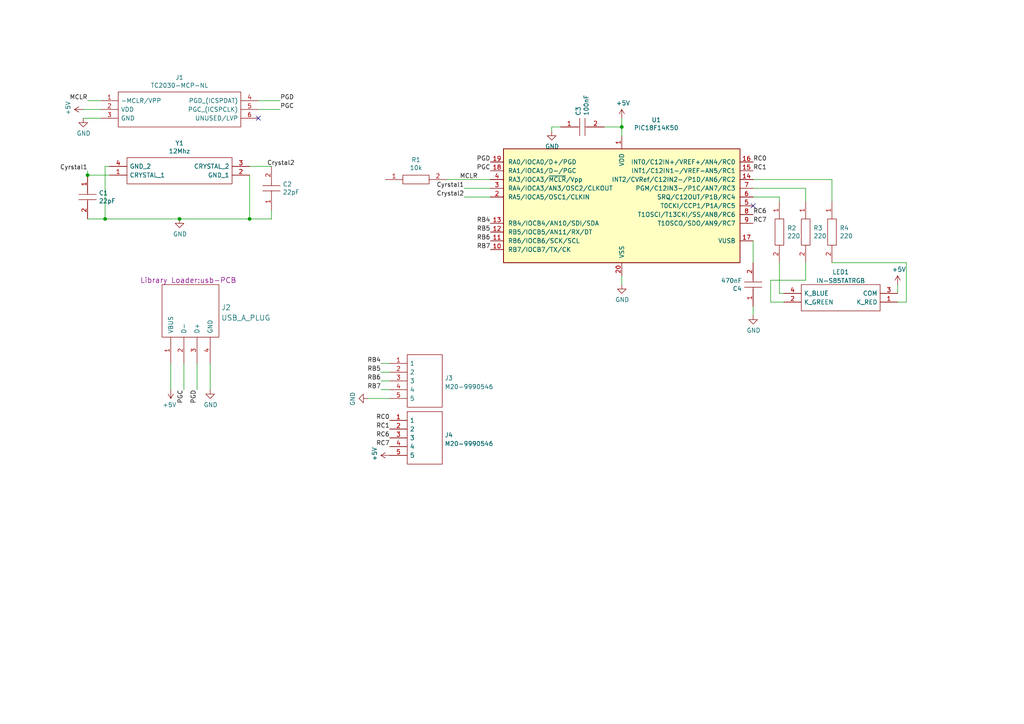
<source format=kicad_sch>
(kicad_sch (version 20230121) (generator eeschema)
  (paper "A4")
  (title_block (title "NightUSB") (date "2023-11-28") (rev "v0.1") (company "Making Devices") (comment 1 "http://www.makingdevices.com"))
  (lib_symbols
    (symbol "Library Loader:IN-S85TATRGB" (pin_names (offset 0.762))
      (property "Reference" "LED" (at 29.21 7.62 0))
      (property "Value" "IN-S85TATRGB" (at 29.21 5.08 0))
      (symbol "IN-S85TATRGB_0_0"
        (pin passive line (at 0 0 0) (length 5.08) (name "K_RED") (number "1"))
        (pin passive line (at 33.02 0 180) (length 5.08) (name "K_GREEN") (number "2"))
        (pin passive line (at 0 -2.54 0) (length 5.08) (name "COM") (number "3"))
        (pin passive line (at 33.02 -2.54 180) (length 5.08) (name "K_BLUE") (number "4"))
      )
      (symbol "IN-S85TATRGB_0_1"
        (polyline (pts (xy 5.08 2.54) (xy 27.94 2.54) (xy 27.94 -5.08) (xy 5.08 -5.08) (xy 5.08 2.54)) (stroke (width 0.1524)))
      )
    )
    (symbol "Library Loader:M20-9990546" (pin_names (offset 0.762))
      (property "Reference" "J" (at 16.51 7.62 0))
      (property "Value" "M20-9990546" (at 16.51 5.08 0))
      (symbol "M20-9990546_0_0"
        (pin passive line (at 0 0 0) (length 5.08) (name "1") (number "1"))
        (pin passive line (at 0 -2.54 0) (length 5.08) (name "2") (number "2"))
        (pin passive line (at 0 -5.08 0) (length 5.08) (name "3") (number "3"))
        (pin passive line (at 0 -7.62 0) (length 5.08) (name "4") (number "4"))
        (pin passive line (at 0 -10.16 0) (length 5.08) (name "5") (number "5"))
      )
      (symbol "M20-9990546_0_1"
        (polyline (pts (xy 5.08 2.54) (xy 15.24 2.54) (xy 15.24 -12.7) (xy 5.08 -12.7) (xy 5.08 2.54)) (stroke (width 0.1524)))
      )
    )
    (symbol "Library_Loader:C0805C475M8RACTU" (pin_names (offset 0.762))
      (property "Reference" "C" (at 8.89 6.35 0))
      (property "Value" "C0805C475M8RACTU" (at 8.89 3.81 0))
      (symbol "C0805C475M8RACTU_0_0"
        (pin passive line (at 0 0 0) (length 5.08) (name "~") (number "1"))
        (pin passive line (at 12.7 0 180) (length 5.08) (name "~") (number "2"))
      )
      (symbol "C0805C475M8RACTU_0_1"
        (polyline (pts (xy 5.08 0) (xy 5.588 0)) (stroke (width 0.1524)))
        (polyline (pts (xy 5.588 2.54) (xy 5.588 -2.54)) (stroke (width 0.1524)))
        (polyline (pts (xy 7.112 0) (xy 7.62 0)) (stroke (width 0.1524)))
        (polyline (pts (xy 7.112 2.54) (xy 7.112 -2.54)) (stroke (width 0.1524)))
      )
    )
    (symbol "Library_Loader:CX2520DB12000D0GPSC1" (pin_names (offset 0.762))
      (property "Reference" "Y" (at 36.83 7.62 0))
      (property "Value" "CX2520DB12000D0GPSC1" (at 36.83 5.08 0))
      (symbol "CX2520DB12000D0GPSC1_0_0"
        (pin passive line (at 0 -2.54 0) (length 5.08) (name "CRYSTAL_1") (number "1"))
        (pin passive line (at 40.64 -2.54 180) (length 5.08) (name "GND_1") (number "2"))
        (pin passive line (at 40.64 0 180) (length 5.08) (name "CRYSTAL_2") (number "3"))
        (pin passive line (at 0 0 0) (length 5.08) (name "GND_2") (number "4"))
      )
      (symbol "CX2520DB12000D0GPSC1_0_1"
        (polyline (pts (xy 5.08 2.54) (xy 35.56 2.54) (xy 35.56 -5.08) (xy 5.08 -5.08) (xy 5.08 2.54)) (stroke (width 0.1524)))
      )
    )
    (symbol "Library_Loader:ERJP6WF1303V" (pin_names (offset 0.762))
      (property "Reference" "R" (at 13.97 6.35 0))
      (property "Value" "ERJP6WF1303V" (at 13.97 3.81 0))
      (symbol "ERJP6WF1303V_0_0"
        (pin passive line (at 0 0 0) (length 5.08) (name "~") (number "1"))
        (pin passive line (at 17.78 0 180) (length 5.08) (name "~") (number "2"))
      )
      (symbol "ERJP6WF1303V_0_1"
        (polyline (pts (xy 5.08 1.27) (xy 12.7 1.27) (xy 12.7 -1.27) (xy 5.08 -1.27) (xy 5.08 1.27)) (stroke (width 0.1524)))
      )
    )
    (symbol "Library_Loader:TC2030-MCP-NL" (pin_names (offset 0.762))
      (property "Reference" "J" (at 41.91 7.62 0))
      (property "Value" "TC2030-MCP-NL" (at 41.91 5.08 0))
      (symbol "TC2030-MCP-NL_0_0"
        (pin passive line (at 0 0 0) (length 5.08) (name "-MCLR/VPP") (number "1"))
        (pin passive line (at 0 -2.54 0) (length 5.08) (name "VDD") (number "2"))
        (pin passive line (at 0 -5.08 0) (length 5.08) (name "GND") (number "3"))
        (pin passive line (at 45.72 0 180) (length 5.08) (name "PGD_(ICSPDAT)") (number "4"))
        (pin passive line (at 45.72 -2.54 180) (length 5.08) (name "PGC_(ICSPCLK)") (number "5"))
        (pin passive line (at 45.72 -5.08 180) (length 5.08) (name "UNUSED/LVP") (number "6"))
      )
      (symbol "TC2030-MCP-NL_0_1"
        (polyline (pts (xy 5.08 2.54) (xy 40.64 2.54) (xy 40.64 -7.62) (xy 5.08 -7.62) (xy 5.08 2.54)) (stroke (width 0.1524)))
      )
    )
    (symbol "MCU_Microchip_PIC18:PIC18LF14K50-ESS" (pin_names (offset 1.27))
      (property "Reference" "U" (at -33.02 17.78 0))
      (property "Value" "PIC18LF14K50-ESS" (at 22.86 -17.78 0))
      (symbol "PIC18LF14K50-ESS_0_1"
        (rectangle (start -34.29 16.51) (end 34.29 -16.51) (stroke (width 0.254)) (fill (type background)))
      )
      (symbol "PIC18LF14K50-ESS_1_1"
        (pin power_in line (at 0 20.32 270) (length 3.81) (name "VDD") (number "1"))
        (pin bidirectional line (at -38.1 -12.7 0) (length 3.81) (name "RB7/IOCB7/TX/CK") (number "10"))
        (pin bidirectional line (at -38.1 -10.16 0) (length 3.81) (name "RB6/IOCB6/SCK/SCL") (number "11"))
        (pin bidirectional line (at -38.1 -7.62 0) (length 3.81) (name "RB5/IOCB5/AN11/RX/DT") (number "12"))
        (pin bidirectional line (at -38.1 -5.08 0) (length 3.81) (name "RB4/IOCB4/AN10/SDI/SDA") (number "13"))
        (pin bidirectional line (at 38.1 7.62 180) (length 3.81) (name "INT2/CVRef/C12IN2-/P1D/AN6/RC2") (number "14"))
        (pin bidirectional line (at 38.1 10.16 180) (length 3.81) (name "INT1/C12IN1-/VREF-AN5/RC1") (number "15"))
        (pin bidirectional line (at 38.1 12.7 180) (length 3.81) (name "INT0/C12IN+/VREF+/AN4/RC0") (number "16"))
        (pin passive line (at 38.1 -10.16 180) (length 3.81) (name "VUSB") (number "17"))
        (pin bidirectional line (at -38.1 10.16 0) (length 3.81) (name "RA1/IOCA1/D-/PGC") (number "18"))
        (pin bidirectional line (at -38.1 12.7 0) (length 3.81) (name "RA0/IOCA0/D+/PGD") (number "19"))
        (pin bidirectional line (at -38.1 2.54 0) (length 3.81) (name "RA5/IOCA5/OSC1/CLKIN") (number "2"))
        (pin power_in line (at 0 -20.32 90) (length 3.81) (name "VSS") (number "20"))
        (pin bidirectional line (at -38.1 5.08 0) (length 3.81) (name "RA4/IOCA3/AN3/OSC2/CLKOUT") (number "3"))
        (pin input line (at -38.1 7.62 0) (length 3.81) (name "RA3/IOCA3/~{MCLR}/Vpp") (number "4"))
        (pin bidirectional line (at 38.1 0 180) (length 3.81) (name "T0CKI/CCP1/P1A/RC5") (number "5"))
        (pin bidirectional line (at 38.1 2.54 180) (length 3.81) (name "SRQ/C12OUT/P1B/RC4") (number "6"))
        (pin bidirectional line (at 38.1 5.08 180) (length 3.81) (name "PGM/C12IN3-/P1C/AN7/RC3") (number "7"))
        (pin bidirectional line (at 38.1 -2.54 180) (length 3.81) (name "T1OSCI/T13CKI/SS/AN8/RC6") (number "8"))
        (pin bidirectional line (at 38.1 -5.08 180) (length 3.81) (name "T1OSCO/SDO/AN9/RC7") (number "9"))
      )
    )
    (symbol "USB:USB_A_PLUG" (pin_names (offset 1.016))
      (property "Reference" "J" (at 0 0 0))
      (property "Value" "USB_A_PLUG" (at 0 2.54 0))
      (symbol "USB_A_PLUG_0_1"
        (rectangle (start -7.62 5.08) (end 8.89 -10.16))
      )
      (symbol "USB_A_PLUG_1_1"
        (pin power_out line (at -5.08 -17.78 90) (length 7.62) (name "VBUS") (number "1"))
        (pin bidirectional line (at -1.27 -17.78 90) (length 7.62) (name "D-") (number "2"))
        (pin bidirectional line (at 2.54 -17.78 90) (length 7.62) (name "D+") (number "3"))
        (pin power_out line (at 6.35 -17.78 90) (length 7.62) (name "GND") (number "4"))
      )
    )
    (symbol "power:+5V" (power) (pin_names (offset 0))
      (property "Value" "+5V" (at 0 3.556 0))
      (symbol "+5V_0_1"
        (polyline (pts (xy -0.762 1.27) (xy 0 2.54)))
        (polyline (pts (xy 0 0) (xy 0 2.54)))
        (polyline (pts (xy 0 2.54) (xy 0.762 1.27)))
      )
      (symbol "+5V_1_1"
        (pin power_in line (at 0 0 90) (length 0) hide (name "+5V") (number "1"))
      )
    )
    (symbol "power:GND" (power) (pin_names (offset 0))
      (property "Value" "GND" (at 0 -3.81 0))
      (symbol "GND_0_1"
        (polyline (pts (xy 0 0) (xy 0 -1.27) (xy 1.27 -1.27) (xy 0 -2.54) (xy -1.27 -1.27) (xy 0 -1.27)))
      )
      (symbol "GND_1_1"
        (pin power_in line (at 0 0 270) (length 0) hide (name "GND") (number "1"))
      )
    )
  )
  (junction (at 72.39 63.5))
  (junction (at 30.48 63.5))
  (junction (at 180.34 36.83))
  (junction (at 52.07 63.5))
  (junction (at 25.4 50.8))
  (no_connect (at 74.93 34.29))
  (no_connect (at 218.44 59.69))
  (wire (pts (xy 60.96 105.41) (xy 60.96 113.03)))
  (wire (pts (xy 260.35 82.55) (xy 260.35 85.09)))
  (wire (pts (xy 160.02 36.83) (xy 160.02 38.1)))
  (wire (pts (xy 29.21 29.21) (xy 25.4 29.21)))
  (wire (pts (xy 30.48 63.5) (xy 52.07 63.5)))
  (wire (pts (xy 129.54 52.07) (xy 142.24 52.07)))
  (wire (pts (xy 30.48 48.26) (xy 30.48 63.5)))
  (wire (pts (xy 72.39 63.5) (xy 52.07 63.5)))
  (wire (pts (xy 241.3 52.07) (xy 241.3 58.42)))
  (wire (pts (xy 142.24 57.15) (xy 134.62 57.15)))
  (wire (pts (xy 110.49 113.03) (xy 113.03 113.03)))
  (wire (pts (xy 78.74 63.5) (xy 72.39 63.5)))
  (wire (pts (xy 25.4 63.5) (xy 30.48 63.5)))
  (wire (pts (xy 223.52 87.63) (xy 227.33 87.63)))
  (wire (pts (xy 233.68 76.2) (xy 233.68 81.28)))
  (wire (pts (xy 74.93 31.75) (xy 81.28 31.75)))
  (wire (pts (xy 74.93 29.21) (xy 81.28 29.21)))
  (wire (pts (xy 49.53 105.41) (xy 49.53 113.03)))
  (wire (pts (xy 226.06 76.2) (xy 226.06 85.09)))
  (wire (pts (xy 260.35 87.63) (xy 262.89 87.63)))
  (wire (pts (xy 226.06 85.09) (xy 227.33 85.09)))
  (wire (pts (xy 180.34 82.55) (xy 180.34 80.01)))
  (wire (pts (xy 233.68 81.28) (xy 223.52 81.28)))
  (wire (pts (xy 218.44 52.07) (xy 241.3 52.07)))
  (wire (pts (xy 25.4 49.53) (xy 25.4 50.8)))
  (wire (pts (xy 142.24 54.61) (xy 134.62 54.61)))
  (wire (pts (xy 53.34 105.41) (xy 53.34 113.03)))
  (wire (pts (xy 180.34 34.29) (xy 180.34 36.83)))
  (wire (pts (xy 25.4 50.8) (xy 31.75 50.8)))
  (wire (pts (xy 110.49 107.95) (xy 113.03 107.95)))
  (wire (pts (xy 175.26 36.83) (xy 180.34 36.83)))
  (wire (pts (xy 29.21 34.29) (xy 24.13 34.29)))
  (wire (pts (xy 57.15 105.41) (xy 57.15 113.03)))
  (wire (pts (xy 78.74 60.96) (xy 78.74 63.5)))
  (wire (pts (xy 110.49 105.41) (xy 113.03 105.41)))
  (wire (pts (xy 226.06 58.42) (xy 226.06 57.15)))
  (wire (pts (xy 241.3 76.2) (xy 262.89 76.2)))
  (wire (pts (xy 218.44 69.85) (xy 218.44 76.2)))
  (wire (pts (xy 223.52 81.28) (xy 223.52 87.63)))
  (wire (pts (xy 162.56 36.83) (xy 160.02 36.83)))
  (wire (pts (xy 218.44 88.9) (xy 218.44 91.44)))
  (wire (pts (xy 233.68 54.61) (xy 233.68 58.42)))
  (wire (pts (xy 262.89 87.63) (xy 262.89 76.2)))
  (wire (pts (xy 110.49 110.49) (xy 113.03 110.49)))
  (wire (pts (xy 180.34 39.37) (xy 180.34 36.83)))
  (wire (pts (xy 218.44 54.61) (xy 233.68 54.61)))
  (wire (pts (xy 106.68 115.57) (xy 113.03 115.57)))
  (wire (pts (xy 72.39 48.26) (xy 78.74 48.26)))
  (wire (pts (xy 72.39 50.8) (xy 72.39 63.5)))
  (wire (pts (xy 29.21 31.75) (xy 24.13 31.75)))
  (wire (pts (xy 226.06 57.15) (xy 218.44 57.15)))
  (wire (pts (xy 31.75 48.26) (xy 30.48 48.26)))
  (label "Crystal2" (at 77.47 48.26 0))
  (label "MCLR" (at 25.4 29.21 180))
  (label "RB7" (at 142.24 72.39 180))
  (label "RB5" (at 110.49 107.95 180))
  (label "RB6" (at 110.49 110.49 180))
  (label "RC0" (at 218.44 46.99 0))
  (label "Cyrstal1" (at 134.62 54.61 180))
  (label "Crystal2" (at 134.62 57.15 180))
  (label "RC7" (at 113.03 129.54 180))
  (label "PGD" (at 142.24 46.99 180))
  (label "PGD" (at 81.28 29.21 0))
  (label "RB6" (at 142.24 69.85 180))
  (label "RB4" (at 142.24 64.77 180))
  (label "RC6" (at 113.03 127 180))
  (label "PGC" (at 53.34 113.03 270))
  (label "RB4" (at 110.49 105.41 180))
  (label "RC0" (at 113.03 121.92 180))
  (label "RB5" (at 142.24 67.31 180))
  (label "RC1" (at 113.03 124.46 180))
  (label "RC7" (at 218.44 64.77 0))
  (label "PGD" (at 57.15 113.03 270))
  (label "RC6" (at 218.44 62.23 0))
  (label "PGC" (at 142.24 49.53 180))
  (label "Cyrstal1" (at 25.4 49.53 180))
  (label "RB7" (at 110.49 113.03 180))
  (label "MCLR" (at 133.35 52.07 0))
  (label "PGC" (at 81.28 31.75 0))
  (label "RC1" (at 218.44 49.53 0))
  (symbol (lib_id "USB:USB_A_PLUG") (at 54.61 87.63 0) (unit 1)
    (property "Reference" "J2" (at 64.135 89.1938 0) (effects (font (size 1.524 1.524)) (justify left)))
    (property "Value" "USB_A_PLUG" (at 64.135 92.1872 0) (effects (font (size 1.524 1.524)) (justify left)))
    (property "Footprint" "Library Loader:usb-PCB" (at 54.61 81.28 0) (effects (font (size 1.524 1.524))))
  )
  (symbol (lib_id "power:GND") (at 60.96 113.03 0) (unit 1)
    (property "Reference" "#PWR0109" (effects hide))
    (property "Value" "GND" (at 61.087 117.4242 0))
  )
  (symbol (lib_id "power:GND") (at 180.34 82.55 0) (unit 1)
    (property "Reference" "#PWR0104" (effects hide))
    (property "Value" "GND" (at 180.467 86.9442 0))
  )
  (symbol (lib_id "Library Loader:M20-9990546") (at 113.03 121.92 0) (unit 1)
    (property "Reference" "J4" (at 128.9812 126.1653 0) (effects (justify left)))
    (property "Value" "M20-9990546" (at 128.9812 128.7022 0) (effects (justify left)))
    (property "Footprint" "HDRV5W64P0X254_1X5_1270X254X610P" (effects hide))
    (property "Datasheet" "https://datasheet.datasheetarchive.com/originals/distributors/SFDatasheet-1/sf-00022576.pdf" (effects hide))
    (property "Description" "M20 Header, Pin, Sil, Vertical, 5 W HARWIN M20-99 Series, 2.54mm Pitch 5 Way 1 Row Straight PCB Header, Solder Termination, 3A" (effects hide))
    (property "Height" "6.1" (effects hide))
    (property "Mouser Part Number" "855-M20-9990546" (effects hide))
    (property "Mouser Price/Stock" "https://www.mouser.co.uk/ProductDetail/Harwin/M20-9990546?qs=ulE8k0yEMYY8EKyDN9ic6A%3D%3D" (effects hide))
    (property "Manufacturer_Name" "Harwin" (effects hide))
    (property "Manufacturer_Part_Number" "M20-9990546" (effects hide))
  )
  (symbol (lib_id "Library Loader:IN-S85TATRGB") (at 260.35 87.63 180) (unit 1)
    (property "Reference" "LED1" (at 243.84 78.901 0))
    (property "Value" "IN-S85TATRGB" (at 243.84 81.4379 0))
    (property "Footprint" "INS85DATRG" (effects hide))
    (property "Description" "Standard LEDs - SMD RGB LED" (effects hide))
    (property "Height" "1.1" (effects hide))
    (property "Mouser Part Number" "743-IN-S85TATRGB" (effects hide))
    (property "Mouser Price/Stock" "https://www.mouser.co.uk/ProductDetail/Inolux/IN-S85TATRGB?qs=fAHHVMwC%252BbjTv4T6LB3H6Q%3D%3D" (effects hide))
    (property "Manufacturer_Name" "Inolux" (effects hide))
    (property "Manufacturer_Part_Number" "IN-S85TATRGB" (effects hide))
  )
  (symbol (lib_id "Library_Loader:C0805C475M8RACTU") (at 218.44 88.9 90) (unit 1)
    (property "Reference" "C4" (at 215.1888 83.7184 90) (effects (justify left)))
    (property "Value" "470nF" (at 215.1888 81.407 90) (effects (justify left)))
    (property "Footprint" "CAPC2012X140N" (effects hide))
    (property "Datasheet" "https://datasheet.datasheetarchive.com/originals/distributors/Datasheets-DGA8/2444426.pdf" (effects hide))
    (property "Description" "Cap Ceramic 4.7uF 10V X7R 20% Pad SMD 0805 125C T/R" (effects hide))
    (property "Height" "1.4" (effects hide))
    (property "Manufacturer_Name" "Kemet" (effects hide))
    (property "Manufacturer_Part_Number" "C0805C475M8RACTU" (effects hide))
  )
  (symbol (lib_id "power:GND") (at 218.44 91.44 0) (unit 1)
    (property "Reference" "#PWR0103" (effects hide))
    (property "Value" "GND" (at 218.567 95.8342 0))
  )
  (symbol (lib_id "Library_Loader:ERJP6WF1303V") (at 241.3 58.42 270) (unit 1)
    (property "Reference" "R4" (at 243.5352 66.1416 90) (effects (justify left)))
    (property "Value" "220" (at 243.5352 68.453 90) (effects (justify left)))
    (property "Footprint" "RESC2012X75N" (effects hide))
    (property "Datasheet" "http://uk.rs-online.com/web/p/products/7708607P" (effects hide))
    (property "Description" "Panasonic ERJP6W Series Thick Film Surface Mount Fixed Resistor 0805 Case 130k +/-1% 0.5W +/-200ppm/C" (effects hide))
    (property "Height" "0.75" (effects hide))
    (property "RS Part Number" "7708607P" (effects hide))
    (property "RS Price/Stock" "http://uk.rs-online.com/web/p/products/7708607P" (effects hide))
    (property "Manufacturer_Name" "Panasonic" (effects hide))
    (property "Manufacturer_Part_Number" "ERJP6WF1303V" (effects hide))
  )
  (symbol (lib_id "power:GND") (at 24.13 34.29 0) (unit 1)
    (property "Reference" "#PWR0107" (effects hide))
    (property "Value" "GND" (at 24.257 38.6842 0))
  )
  (symbol (lib_id "power:GND") (at 52.07 63.5 0) (unit 1)
    (property "Reference" "#PWR0106" (effects hide))
    (property "Value" "GND" (at 52.197 67.8942 0))
  )
  (symbol (lib_id "Library_Loader:C0805C475M8RACTU") (at 25.4 50.8 270) (unit 1)
    (property "Reference" "C1" (at 28.6512 55.9816 90) (effects (justify left)))
    (property "Value" "22pF" (at 28.6512 58.293 90) (effects (justify left)))
    (property "Footprint" "CAPC2012X140N" (effects hide))
    (property "Datasheet" "https://datasheet.datasheetarchive.com/originals/distributors/Datasheets-DGA8/2444426.pdf" (effects hide))
    (property "Description" "Cap Ceramic 4.7uF 10V X7R 20% Pad SMD 0805 125C T/R" (effects hide))
    (property "Height" "1.4" (effects hide))
    (property "Manufacturer_Name" "Kemet" (effects hide))
    (property "Manufacturer_Part_Number" "C0805C475M8RACTU" (effects hide))
  )
  (symbol (lib_id "Library_Loader:TC2030-MCP-NL") (at 29.21 29.21 0) (unit 1)
    (property "Reference" "J1" (at 52.07 22.479 0))
    (property "Value" "TC2030-MCP-NL" (at 52.07 24.7904 0))
    (property "Footprint" "TC2030-MCP-NL" (effects hide))
    (property "Datasheet" "http://uk.rs-online.com/web/p/products/8252561" (effects hide))
    (property "Description" "TC2030-MCP-NL PCB Footprint (no legs)" (effects hide))
    (property "RS Part Number" "8252561" (effects hide))
    (property "RS Price/Stock" "http://uk.rs-online.com/web/p/products/8252561" (effects hide))
    (property "Manufacturer_Name" "Microchip" (effects hide))
    (property "Manufacturer_Part_Number" "TC2030-MCP-NL" (effects hide))
  )
  (symbol (lib_id "power:+5V") (at 24.13 31.75 90) (unit 1)
    (property "Reference" "#PWR0108" (effects hide))
    (property "Value" "+5V" (at 19.7358 31.369 0))
  )
  (symbol (lib_id "power:GND") (at 106.68 115.57 270) (unit 1)
    (property "Reference" "#PWR02" (effects hide))
    (property "Value" "GND" (at 102.2858 115.697 0))
  )
  (symbol (lib_id "Library_Loader:CX2520DB12000D0GPSC1") (at 31.75 48.26 0) (unit 1)
    (property "Reference" "Y1" (at 52.07 41.529 0))
    (property "Value" "12Mhz" (at 52.07 43.8404 0))
    (property "Footprint" "CX2520DB12000D0GPSC1" (effects hide))
    (property "Datasheet" "https://media.digikey.com/pdf/Data%20Sheets/AVX%20PDFs/CX2520DB_USY1M-H1-16428-00_Spec.pdf" (effects hide))
    (property "Description" "Crystals AEC-Q200 12MHz 8pF 2.5x2mm" (effects hide))
    (property "Height" "0.55" (effects hide))
    (property "Manufacturer_Name" "KYOCERA" (effects hide))
    (property "Manufacturer_Part_Number" "CX2520DB12000D0GPSC1" (effects hide))
  )
  (symbol (lib_id "power:+5V") (at 113.03 132.08 90) (unit 1)
    (property "Reference" "#PWR03" (effects hide))
    (property "Value" "+5V" (at 108.6358 131.699 0))
  )
  (symbol (lib_id "Library_Loader:C0805C475M8RACTU") (at 162.56 36.83 0) (unit 1)
    (property "Reference" "C3" (at 167.7416 33.5788 90) (effects (justify left)))
    (property "Value" "100nF" (at 170.053 33.5788 90) (effects (justify left)))
    (property "Footprint" "CAPC2012X140N" (effects hide))
    (property "Datasheet" "https://datasheet.datasheetarchive.com/originals/distributors/Datasheets-DGA8/2444426.pdf" (effects hide))
    (property "Description" "Cap Ceramic 4.7uF 10V X7R 20% Pad SMD 0805 125C T/R" (effects hide))
    (property "Height" "1.4" (effects hide))
    (property "Manufacturer_Name" "Kemet" (effects hide))
    (property "Manufacturer_Part_Number" "C0805C475M8RACTU" (effects hide))
  )
  (symbol (lib_id "Library Loader:M20-9990546") (at 113.03 105.41 0) (unit 1)
    (property "Reference" "J3" (at 128.9812 109.6553 0) (effects (justify left)))
    (property "Value" "M20-9990546" (at 128.9812 112.1922 0) (effects (justify left)))
    (property "Footprint" "HDRV5W64P0X254_1X5_1270X254X610P" (effects hide))
    (property "Datasheet" "https://datasheet.datasheetarchive.com/originals/distributors/SFDatasheet-1/sf-00022576.pdf" (effects hide))
    (property "Description" "M20 Header, Pin, Sil, Vertical, 5 W HARWIN M20-99 Series, 2.54mm Pitch 5 Way 1 Row Straight PCB Header, Solder Termination, 3A" (effects hide))
    (property "Height" "6.1" (effects hide))
    (property "Mouser Part Number" "855-M20-9990546" (effects hide))
    (property "Mouser Price/Stock" "https://www.mouser.co.uk/ProductDetail/Harwin/M20-9990546?qs=ulE8k0yEMYY8EKyDN9ic6A%3D%3D" (effects hide))
    (property "Manufacturer_Name" "Harwin" (effects hide))
    (property "Manufacturer_Part_Number" "M20-9990546" (effects hide))
  )
  (symbol (lib_id "Library_Loader:ERJP6WF1303V") (at 111.76 52.07 0) (unit 1)
    (property "Reference" "R1" (at 120.65 46.355 0))
    (property "Value" "10k" (at 120.65 48.6664 0))
    (property "Footprint" "RESC2012X75N" (effects hide))
    (property "Datasheet" "http://uk.rs-online.com/web/p/products/7708607P" (effects hide))
    (property "Description" "Panasonic ERJP6W Series Thick Film Surface Mount Fixed Resistor 0805 Case 130k +/-1% 0.5W +/-200ppm/C" (effects hide))
    (property "Height" "0.75" (effects hide))
    (property "RS Part Number" "7708607P" (effects hide))
    (property "RS Price/Stock" "http://uk.rs-online.com/web/p/products/7708607P" (effects hide))
    (property "Manufacturer_Name" "Panasonic" (effects hide))
    (property "Manufacturer_Part_Number" "ERJP6WF1303V" (effects hide))
  )
  (symbol (lib_id "Library_Loader:C0805C475M8RACTU") (at 78.74 60.96 90) (unit 1)
    (property "Reference" "C2" (at 81.9912 53.4416 90) (effects (justify right)))
    (property "Value" "22pF" (at 81.9912 55.753 90) (effects (justify right)))
    (property "Footprint" "CAPC2012X140N" (effects hide))
    (property "Datasheet" "https://datasheet.datasheetarchive.com/originals/distributors/Datasheets-DGA8/2444426.pdf" (effects hide))
    (property "Description" "Cap Ceramic 4.7uF 10V X7R 20% Pad SMD 0805 125C T/R" (effects hide))
    (property "Height" "1.4" (effects hide))
    (property "Manufacturer_Name" "Kemet" (effects hide))
    (property "Manufacturer_Part_Number" "C0805C475M8RACTU" (effects hide))
  )
  (symbol (lib_id "power:+5V") (at 49.53 113.03 180) (unit 1)
    (property "Reference" "#PWR0110" (effects hide))
    (property "Value" "+5V" (at 49.149 117.4242 0))
  )
  (symbol (lib_id "Library_Loader:ERJP6WF1303V") (at 233.68 58.42 270) (unit 1)
    (property "Reference" "R3" (at 235.9152 66.1416 90) (effects (justify left)))
    (property "Value" "220" (at 235.9152 68.453 90) (effects (justify left)))
    (property "Footprint" "RESC2012X75N" (effects hide))
    (property "Datasheet" "http://uk.rs-online.com/web/p/products/7708607P" (effects hide))
    (property "Description" "Panasonic ERJP6W Series Thick Film Surface Mount Fixed Resistor 0805 Case 130k +/-1% 0.5W +/-200ppm/C" (effects hide))
    (property "Height" "0.75" (effects hide))
    (property "RS Part Number" "7708607P" (effects hide))
    (property "RS Price/Stock" "http://uk.rs-online.com/web/p/products/7708607P" (effects hide))
    (property "Manufacturer_Name" "Panasonic" (effects hide))
    (property "Manufacturer_Part_Number" "ERJP6WF1303V" (effects hide))
  )
  (symbol (lib_id "power:GND") (at 160.02 38.1 0) (unit 1)
    (property "Reference" "#PWR0102" (effects hide))
    (property "Value" "GND" (at 160.147 42.4942 0))
  )
  (symbol (lib_id "power:+5V") (at 180.34 34.29 0) (unit 1)
    (property "Reference" "#PWR0105" (effects hide))
    (property "Value" "+5V" (at 180.721 29.8958 0))
  )
  (symbol (lib_id "MCU_Microchip_PIC18:PIC18LF14K50-ESS") (at 180.34 59.69 0) (unit 1)
    (property "Reference" "U1" (at 190.3476 34.7726 0))
    (property "Value" "PIC18F14K50" (at 190.3476 37.084 0))
    (property "Footprint" "Package_SO:SSOP-20_5.3x7.2mm_P0.65mm" (effects hide))
    (property "Datasheet" "http://ww1.microchip.com/downloads/en/devicedoc/41350c.pdf" (effects hide))
  )
  (symbol (lib_id "Library_Loader:ERJP6WF1303V") (at 226.06 58.42 270) (unit 1)
    (property "Reference" "R2" (at 228.2952 66.1416 90) (effects (justify left)))
    (property "Value" "220" (at 228.2952 68.453 90) (effects (justify left)))
    (property "Footprint" "RESC2012X75N" (effects hide))
    (property "Datasheet" "http://uk.rs-online.com/web/p/products/7708607P" (effects hide))
    (property "Description" "Panasonic ERJP6W Series Thick Film Surface Mount Fixed Resistor 0805 Case 130k +/-1% 0.5W +/-200ppm/C" (effects hide))
    (property "Height" "0.75" (effects hide))
    (property "RS Part Number" "7708607P" (effects hide))
    (property "RS Price/Stock" "http://uk.rs-online.com/web/p/products/7708607P" (effects hide))
    (property "Manufacturer_Name" "Panasonic" (effects hide))
    (property "Manufacturer_Part_Number" "ERJP6WF1303V" (effects hide))
  )
  (symbol (lib_id "power:+5V") (at 260.35 82.55 0) (unit 1)
    (property "Reference" "#PWR01" (effects hide))
    (property "Value" "+5V" (at 260.731 78.1558 0))
  )
)
</source>
